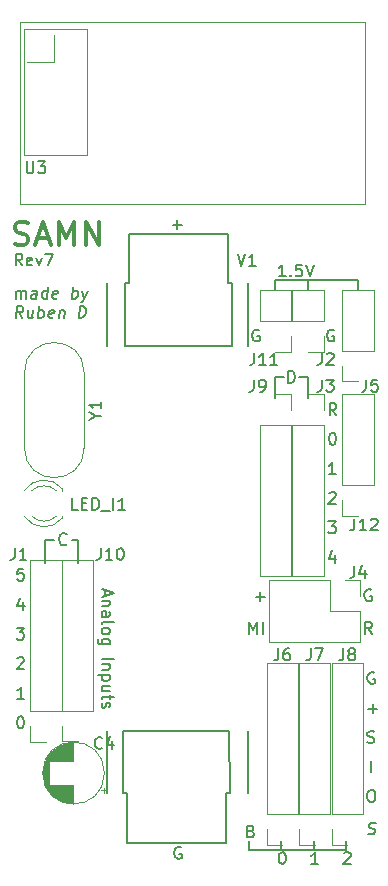
<source format=gto>
G04 #@! TF.GenerationSoftware,KiCad,Pcbnew,5.0.2-bee76a0~70~ubuntu18.04.1*
G04 #@! TF.CreationDate,2019-01-08T13:34:53-05:00*
G04 #@! TF.ProjectId,samn_small,73616d6e-5f73-46d6-916c-6c2e6b696361,7*
G04 #@! TF.SameCoordinates,Original*
G04 #@! TF.FileFunction,Legend,Top*
G04 #@! TF.FilePolarity,Positive*
%FSLAX46Y46*%
G04 Gerber Fmt 4.6, Leading zero omitted, Abs format (unit mm)*
G04 Created by KiCad (PCBNEW 5.0.2-bee76a0~70~ubuntu18.04.1) date Tue 08 Jan 2019 01:34:53 PM EST*
%MOMM*%
%LPD*%
G01*
G04 APERTURE LIST*
%ADD10C,0.150000*%
%ADD11C,0.200000*%
%ADD12C,0.160000*%
%ADD13C,0.300000*%
%ADD14C,0.120000*%
G04 APERTURE END LIST*
D10*
X43483333Y-67223809D02*
X43483333Y-67700000D01*
X43197619Y-67128571D02*
X44197619Y-67461904D01*
X43197619Y-67795238D01*
X43864285Y-68128571D02*
X43197619Y-68128571D01*
X43769047Y-68128571D02*
X43816666Y-68176190D01*
X43864285Y-68271428D01*
X43864285Y-68414285D01*
X43816666Y-68509523D01*
X43721428Y-68557142D01*
X43197619Y-68557142D01*
X43197619Y-69461904D02*
X43721428Y-69461904D01*
X43816666Y-69414285D01*
X43864285Y-69319047D01*
X43864285Y-69128571D01*
X43816666Y-69033333D01*
X43245238Y-69461904D02*
X43197619Y-69366666D01*
X43197619Y-69128571D01*
X43245238Y-69033333D01*
X43340476Y-68985714D01*
X43435714Y-68985714D01*
X43530952Y-69033333D01*
X43578571Y-69128571D01*
X43578571Y-69366666D01*
X43626190Y-69461904D01*
X43197619Y-70080952D02*
X43245238Y-69985714D01*
X43340476Y-69938095D01*
X44197619Y-69938095D01*
X43197619Y-70604761D02*
X43245238Y-70509523D01*
X43292857Y-70461904D01*
X43388095Y-70414285D01*
X43673809Y-70414285D01*
X43769047Y-70461904D01*
X43816666Y-70509523D01*
X43864285Y-70604761D01*
X43864285Y-70747619D01*
X43816666Y-70842857D01*
X43769047Y-70890476D01*
X43673809Y-70938095D01*
X43388095Y-70938095D01*
X43292857Y-70890476D01*
X43245238Y-70842857D01*
X43197619Y-70747619D01*
X43197619Y-70604761D01*
X43864285Y-71795238D02*
X43054761Y-71795238D01*
X42959523Y-71747619D01*
X42911904Y-71700000D01*
X42864285Y-71604761D01*
X42864285Y-71461904D01*
X42911904Y-71366666D01*
X43245238Y-71795238D02*
X43197619Y-71700000D01*
X43197619Y-71509523D01*
X43245238Y-71414285D01*
X43292857Y-71366666D01*
X43388095Y-71319047D01*
X43673809Y-71319047D01*
X43769047Y-71366666D01*
X43816666Y-71414285D01*
X43864285Y-71509523D01*
X43864285Y-71700000D01*
X43816666Y-71795238D01*
X43197619Y-73033333D02*
X44197619Y-73033333D01*
X43864285Y-73509523D02*
X43197619Y-73509523D01*
X43769047Y-73509523D02*
X43816666Y-73557142D01*
X43864285Y-73652380D01*
X43864285Y-73795238D01*
X43816666Y-73890476D01*
X43721428Y-73938095D01*
X43197619Y-73938095D01*
X43864285Y-74414285D02*
X42864285Y-74414285D01*
X43816666Y-74414285D02*
X43864285Y-74509523D01*
X43864285Y-74700000D01*
X43816666Y-74795238D01*
X43769047Y-74842857D01*
X43673809Y-74890476D01*
X43388095Y-74890476D01*
X43292857Y-74842857D01*
X43245238Y-74795238D01*
X43197619Y-74700000D01*
X43197619Y-74509523D01*
X43245238Y-74414285D01*
X43864285Y-75747619D02*
X43197619Y-75747619D01*
X43864285Y-75319047D02*
X43340476Y-75319047D01*
X43245238Y-75366666D01*
X43197619Y-75461904D01*
X43197619Y-75604761D01*
X43245238Y-75700000D01*
X43292857Y-75747619D01*
X43864285Y-76080952D02*
X43864285Y-76461904D01*
X44197619Y-76223809D02*
X43340476Y-76223809D01*
X43245238Y-76271428D01*
X43197619Y-76366666D01*
X43197619Y-76461904D01*
X43245238Y-76747619D02*
X43197619Y-76842857D01*
X43197619Y-77033333D01*
X43245238Y-77128571D01*
X43340476Y-77176190D01*
X43388095Y-77176190D01*
X43483333Y-77128571D01*
X43530952Y-77033333D01*
X43530952Y-76890476D01*
X43578571Y-76795238D01*
X43673809Y-76747619D01*
X43721428Y-76747619D01*
X43816666Y-76795238D01*
X43864285Y-76890476D01*
X43864285Y-77033333D01*
X43816666Y-77128571D01*
X40650000Y-62950000D02*
X41150000Y-62950000D01*
X38400000Y-62950000D02*
X39150000Y-62950000D01*
X38400000Y-62950000D02*
X38400000Y-64950000D01*
X41150000Y-62950000D02*
X41150000Y-64950000D01*
X40209523Y-63307142D02*
X40161904Y-63354761D01*
X40019047Y-63402380D01*
X39923809Y-63402380D01*
X39780952Y-63354761D01*
X39685714Y-63259523D01*
X39638095Y-63164285D01*
X39590476Y-62973809D01*
X39590476Y-62830952D01*
X39638095Y-62640476D01*
X39685714Y-62545238D01*
X39780952Y-62450000D01*
X39923809Y-62402380D01*
X40019047Y-62402380D01*
X40161904Y-62450000D01*
X40209523Y-62497619D01*
X36278690Y-77902380D02*
X36373928Y-77902380D01*
X36469166Y-77950000D01*
X36516785Y-77997619D01*
X36564404Y-78092857D01*
X36612023Y-78283333D01*
X36612023Y-78521428D01*
X36564404Y-78711904D01*
X36516785Y-78807142D01*
X36469166Y-78854761D01*
X36373928Y-78902380D01*
X36278690Y-78902380D01*
X36183452Y-78854761D01*
X36135833Y-78807142D01*
X36088214Y-78711904D01*
X36040595Y-78521428D01*
X36040595Y-78283333D01*
X36088214Y-78092857D01*
X36135833Y-77997619D01*
X36183452Y-77950000D01*
X36278690Y-77902380D01*
X36612023Y-76402380D02*
X36040595Y-76402380D01*
X36326309Y-76402380D02*
X36326309Y-75402380D01*
X36231071Y-75545238D01*
X36135833Y-75640476D01*
X36040595Y-75688095D01*
X36040595Y-72997619D02*
X36088214Y-72950000D01*
X36183452Y-72902380D01*
X36421547Y-72902380D01*
X36516785Y-72950000D01*
X36564404Y-72997619D01*
X36612023Y-73092857D01*
X36612023Y-73188095D01*
X36564404Y-73330952D01*
X35992976Y-73902380D01*
X36612023Y-73902380D01*
X35992976Y-70402380D02*
X36612023Y-70402380D01*
X36278690Y-70783333D01*
X36421547Y-70783333D01*
X36516785Y-70830952D01*
X36564404Y-70878571D01*
X36612023Y-70973809D01*
X36612023Y-71211904D01*
X36564404Y-71307142D01*
X36516785Y-71354761D01*
X36421547Y-71402380D01*
X36135833Y-71402380D01*
X36040595Y-71354761D01*
X35992976Y-71307142D01*
X36516785Y-68235714D02*
X36516785Y-68902380D01*
X36278690Y-67854761D02*
X36040595Y-68569047D01*
X36659642Y-68569047D01*
X36564404Y-65402380D02*
X36088214Y-65402380D01*
X36040595Y-65878571D01*
X36088214Y-65830952D01*
X36183452Y-65783333D01*
X36421547Y-65783333D01*
X36516785Y-65830952D01*
X36564404Y-65878571D01*
X36612023Y-65973809D01*
X36612023Y-66211904D01*
X36564404Y-66307142D01*
X36516785Y-66354761D01*
X36421547Y-66402380D01*
X36183452Y-66402380D01*
X36088214Y-66354761D01*
X36040595Y-66307142D01*
X55650000Y-89200000D02*
X63900000Y-89200000D01*
X55650000Y-89200000D02*
X55650000Y-88450000D01*
X58400000Y-89200000D02*
X58400000Y-88450000D01*
X63900000Y-89200000D02*
X63900000Y-88450000D01*
X61150000Y-89200000D02*
X61150000Y-88450000D01*
X63687976Y-89497619D02*
X63735595Y-89450000D01*
X63830833Y-89402380D01*
X64068928Y-89402380D01*
X64164166Y-89450000D01*
X64211785Y-89497619D01*
X64259404Y-89592857D01*
X64259404Y-89688095D01*
X64211785Y-89830952D01*
X63640357Y-90402380D01*
X64259404Y-90402380D01*
X61509404Y-90402380D02*
X60937976Y-90402380D01*
X61223690Y-90402380D02*
X61223690Y-89402380D01*
X61128452Y-89545238D01*
X61033214Y-89640476D01*
X60937976Y-89688095D01*
X58426071Y-89402380D02*
X58521309Y-89402380D01*
X58616547Y-89450000D01*
X58664166Y-89497619D01*
X58711785Y-89592857D01*
X58759404Y-89783333D01*
X58759404Y-90021428D01*
X58711785Y-90211904D01*
X58664166Y-90307142D01*
X58616547Y-90354761D01*
X58521309Y-90402380D01*
X58426071Y-90402380D01*
X58330833Y-90354761D01*
X58283214Y-90307142D01*
X58235595Y-90211904D01*
X58187976Y-90021428D01*
X58187976Y-89783333D01*
X58235595Y-89592857D01*
X58283214Y-89497619D01*
X58330833Y-89450000D01*
X58426071Y-89402380D01*
X55818928Y-87628571D02*
X55961785Y-87676190D01*
X56009404Y-87723809D01*
X56057023Y-87819047D01*
X56057023Y-87961904D01*
X56009404Y-88057142D01*
X55961785Y-88104761D01*
X55866547Y-88152380D01*
X55485595Y-88152380D01*
X55485595Y-87152380D01*
X55818928Y-87152380D01*
X55914166Y-87200000D01*
X55961785Y-87247619D01*
X56009404Y-87342857D01*
X56009404Y-87438095D01*
X55961785Y-87533333D01*
X55914166Y-87580952D01*
X55818928Y-87628571D01*
X55485595Y-87628571D01*
X66057023Y-70902380D02*
X65723690Y-70426190D01*
X65485595Y-70902380D02*
X65485595Y-69902380D01*
X65866547Y-69902380D01*
X65961785Y-69950000D01*
X66009404Y-69997619D01*
X66057023Y-70092857D01*
X66057023Y-70235714D01*
X66009404Y-70330952D01*
X65961785Y-70378571D01*
X65866547Y-70426190D01*
X65485595Y-70426190D01*
X55671547Y-70902380D02*
X55671547Y-69902380D01*
X56004880Y-70616666D01*
X56338214Y-69902380D01*
X56338214Y-70902380D01*
X56814404Y-70902380D02*
X56814404Y-69902380D01*
X56235595Y-67771428D02*
X56997500Y-67771428D01*
X56616547Y-68152380D02*
X56616547Y-67390476D01*
X66009404Y-67200000D02*
X65914166Y-67152380D01*
X65771309Y-67152380D01*
X65628452Y-67200000D01*
X65533214Y-67295238D01*
X65485595Y-67390476D01*
X65437976Y-67580952D01*
X65437976Y-67723809D01*
X65485595Y-67914285D01*
X65533214Y-68009523D01*
X65628452Y-68104761D01*
X65771309Y-68152380D01*
X65866547Y-68152380D01*
X66009404Y-68104761D01*
X66057023Y-68057142D01*
X66057023Y-67723809D01*
X65866547Y-67723809D01*
X57900000Y-49200000D02*
X57900000Y-50950000D01*
X58650000Y-49200000D02*
X57900000Y-49200000D01*
X60650000Y-49200000D02*
X60650000Y-50950000D01*
X59900000Y-49200000D02*
X60650000Y-49200000D01*
X58985595Y-49652380D02*
X58985595Y-48652380D01*
X59223690Y-48652380D01*
X59366547Y-48700000D01*
X59461785Y-48795238D01*
X59509404Y-48890476D01*
X59557023Y-49080952D01*
X59557023Y-49223809D01*
X59509404Y-49414285D01*
X59461785Y-49509523D01*
X59366547Y-49604761D01*
X59223690Y-49652380D01*
X58985595Y-49652380D01*
X62914166Y-64235714D02*
X62914166Y-64902380D01*
X62676071Y-63854761D02*
X62437976Y-64569047D01*
X63057023Y-64569047D01*
X62390357Y-61402380D02*
X63009404Y-61402380D01*
X62676071Y-61783333D01*
X62818928Y-61783333D01*
X62914166Y-61830952D01*
X62961785Y-61878571D01*
X63009404Y-61973809D01*
X63009404Y-62211904D01*
X62961785Y-62307142D01*
X62914166Y-62354761D01*
X62818928Y-62402380D01*
X62533214Y-62402380D01*
X62437976Y-62354761D01*
X62390357Y-62307142D01*
X62437976Y-58997619D02*
X62485595Y-58950000D01*
X62580833Y-58902380D01*
X62818928Y-58902380D01*
X62914166Y-58950000D01*
X62961785Y-58997619D01*
X63009404Y-59092857D01*
X63009404Y-59188095D01*
X62961785Y-59330952D01*
X62390357Y-59902380D01*
X63009404Y-59902380D01*
X63009404Y-57402380D02*
X62437976Y-57402380D01*
X62723690Y-57402380D02*
X62723690Y-56402380D01*
X62628452Y-56545238D01*
X62533214Y-56640476D01*
X62437976Y-56688095D01*
X62676071Y-53902380D02*
X62771309Y-53902380D01*
X62866547Y-53950000D01*
X62914166Y-53997619D01*
X62961785Y-54092857D01*
X63009404Y-54283333D01*
X63009404Y-54521428D01*
X62961785Y-54711904D01*
X62914166Y-54807142D01*
X62866547Y-54854761D01*
X62771309Y-54902380D01*
X62676071Y-54902380D01*
X62580833Y-54854761D01*
X62533214Y-54807142D01*
X62485595Y-54711904D01*
X62437976Y-54521428D01*
X62437976Y-54283333D01*
X62485595Y-54092857D01*
X62533214Y-53997619D01*
X62580833Y-53950000D01*
X62676071Y-53902380D01*
X63057023Y-52402380D02*
X62723690Y-51926190D01*
X62485595Y-52402380D02*
X62485595Y-51402380D01*
X62866547Y-51402380D01*
X62961785Y-51450000D01*
X63009404Y-51497619D01*
X63057023Y-51592857D01*
X63057023Y-51735714D01*
X63009404Y-51830952D01*
X62961785Y-51878571D01*
X62866547Y-51926190D01*
X62485595Y-51926190D01*
X62839404Y-45200000D02*
X62744166Y-45152380D01*
X62601309Y-45152380D01*
X62458452Y-45200000D01*
X62363214Y-45295238D01*
X62315595Y-45390476D01*
X62267976Y-45580952D01*
X62267976Y-45723809D01*
X62315595Y-45914285D01*
X62363214Y-46009523D01*
X62458452Y-46104761D01*
X62601309Y-46152380D01*
X62696547Y-46152380D01*
X62839404Y-46104761D01*
X62887023Y-46057142D01*
X62887023Y-45723809D01*
X62696547Y-45723809D01*
X56509404Y-45200000D02*
X56414166Y-45152380D01*
X56271309Y-45152380D01*
X56128452Y-45200000D01*
X56033214Y-45295238D01*
X55985595Y-45390476D01*
X55937976Y-45580952D01*
X55937976Y-45723809D01*
X55985595Y-45914285D01*
X56033214Y-46009523D01*
X56128452Y-46104761D01*
X56271309Y-46152380D01*
X56366547Y-46152380D01*
X56509404Y-46104761D01*
X56557023Y-46057142D01*
X56557023Y-45723809D01*
X56366547Y-45723809D01*
X64900000Y-40950000D02*
X64900000Y-41700000D01*
X60650000Y-40950000D02*
X64900000Y-40950000D01*
X60650000Y-41700000D02*
X60650000Y-40950000D01*
X60650000Y-40950000D02*
X60650000Y-41700000D01*
X57900000Y-40950000D02*
X60650000Y-40950000D01*
X57900000Y-41700000D02*
X57900000Y-40950000D01*
X58759404Y-40652380D02*
X58187976Y-40652380D01*
X58473690Y-40652380D02*
X58473690Y-39652380D01*
X58378452Y-39795238D01*
X58283214Y-39890476D01*
X58187976Y-39938095D01*
X59187976Y-40557142D02*
X59235595Y-40604761D01*
X59187976Y-40652380D01*
X59140357Y-40604761D01*
X59187976Y-40557142D01*
X59187976Y-40652380D01*
X60140357Y-39652380D02*
X59664166Y-39652380D01*
X59616547Y-40128571D01*
X59664166Y-40080952D01*
X59759404Y-40033333D01*
X59997500Y-40033333D01*
X60092738Y-40080952D01*
X60140357Y-40128571D01*
X60187976Y-40223809D01*
X60187976Y-40461904D01*
X60140357Y-40557142D01*
X60092738Y-40604761D01*
X59997500Y-40652380D01*
X59759404Y-40652380D01*
X59664166Y-40604761D01*
X59616547Y-40557142D01*
X60473690Y-39652380D02*
X60807023Y-40652380D01*
X61140357Y-39652380D01*
D11*
X65732380Y-87854761D02*
X65869285Y-87902380D01*
X66107380Y-87902380D01*
X66208571Y-87854761D01*
X66262142Y-87807142D01*
X66321666Y-87711904D01*
X66333571Y-87616666D01*
X66297857Y-87521428D01*
X66256190Y-87473809D01*
X66166904Y-87426190D01*
X65982380Y-87378571D01*
X65893095Y-87330952D01*
X65851428Y-87283333D01*
X65815714Y-87188095D01*
X65827619Y-87092857D01*
X65887142Y-86997619D01*
X65940714Y-86950000D01*
X66041904Y-86902380D01*
X66280000Y-86902380D01*
X66416904Y-86950000D01*
D10*
X65926071Y-84152380D02*
X66116547Y-84152380D01*
X66211785Y-84200000D01*
X66307023Y-84295238D01*
X66354642Y-84485714D01*
X66354642Y-84819047D01*
X66307023Y-85009523D01*
X66211785Y-85104761D01*
X66116547Y-85152380D01*
X65926071Y-85152380D01*
X65830833Y-85104761D01*
X65735595Y-85009523D01*
X65687976Y-84819047D01*
X65687976Y-84485714D01*
X65735595Y-84295238D01*
X65830833Y-84200000D01*
X65926071Y-84152380D01*
X65985595Y-82652380D02*
X65985595Y-81652380D01*
X65687976Y-80104761D02*
X65830833Y-80152380D01*
X66068928Y-80152380D01*
X66164166Y-80104761D01*
X66211785Y-80057142D01*
X66259404Y-79961904D01*
X66259404Y-79866666D01*
X66211785Y-79771428D01*
X66164166Y-79723809D01*
X66068928Y-79676190D01*
X65878452Y-79628571D01*
X65783214Y-79580952D01*
X65735595Y-79533333D01*
X65687976Y-79438095D01*
X65687976Y-79342857D01*
X65735595Y-79247619D01*
X65783214Y-79200000D01*
X65878452Y-79152380D01*
X66116547Y-79152380D01*
X66259404Y-79200000D01*
X65735595Y-77271428D02*
X66497500Y-77271428D01*
X66116547Y-77652380D02*
X66116547Y-76890476D01*
X66259404Y-74200000D02*
X66164166Y-74152380D01*
X66021309Y-74152380D01*
X65878452Y-74200000D01*
X65783214Y-74295238D01*
X65735595Y-74390476D01*
X65687976Y-74580952D01*
X65687976Y-74723809D01*
X65735595Y-74914285D01*
X65783214Y-75009523D01*
X65878452Y-75104761D01*
X66021309Y-75152380D01*
X66116547Y-75152380D01*
X66259404Y-75104761D01*
X66307023Y-75057142D01*
X66307023Y-74723809D01*
X66116547Y-74723809D01*
X35891547Y-42527380D02*
X35974880Y-41860714D01*
X35962976Y-41955952D02*
X36016547Y-41908333D01*
X36117738Y-41860714D01*
X36260595Y-41860714D01*
X36349880Y-41908333D01*
X36385595Y-42003571D01*
X36320119Y-42527380D01*
X36385595Y-42003571D02*
X36445119Y-41908333D01*
X36546309Y-41860714D01*
X36689166Y-41860714D01*
X36778452Y-41908333D01*
X36814166Y-42003571D01*
X36748690Y-42527380D01*
X37653452Y-42527380D02*
X37718928Y-42003571D01*
X37683214Y-41908333D01*
X37593928Y-41860714D01*
X37403452Y-41860714D01*
X37302261Y-41908333D01*
X37659404Y-42479761D02*
X37558214Y-42527380D01*
X37320119Y-42527380D01*
X37230833Y-42479761D01*
X37195119Y-42384523D01*
X37207023Y-42289285D01*
X37266547Y-42194047D01*
X37367738Y-42146428D01*
X37605833Y-42146428D01*
X37707023Y-42098809D01*
X38558214Y-42527380D02*
X38683214Y-41527380D01*
X38564166Y-42479761D02*
X38462976Y-42527380D01*
X38272500Y-42527380D01*
X38183214Y-42479761D01*
X38141547Y-42432142D01*
X38105833Y-42336904D01*
X38141547Y-42051190D01*
X38201071Y-41955952D01*
X38254642Y-41908333D01*
X38355833Y-41860714D01*
X38546309Y-41860714D01*
X38635595Y-41908333D01*
X39421309Y-42479761D02*
X39320119Y-42527380D01*
X39129642Y-42527380D01*
X39040357Y-42479761D01*
X39004642Y-42384523D01*
X39052261Y-42003571D01*
X39111785Y-41908333D01*
X39212976Y-41860714D01*
X39403452Y-41860714D01*
X39492738Y-41908333D01*
X39528452Y-42003571D01*
X39516547Y-42098809D01*
X39028452Y-42194047D01*
X40653452Y-42527380D02*
X40778452Y-41527380D01*
X40730833Y-41908333D02*
X40832023Y-41860714D01*
X41022500Y-41860714D01*
X41111785Y-41908333D01*
X41153452Y-41955952D01*
X41189166Y-42051190D01*
X41153452Y-42336904D01*
X41093928Y-42432142D01*
X41040357Y-42479761D01*
X40939166Y-42527380D01*
X40748690Y-42527380D01*
X40659404Y-42479761D01*
X41546309Y-41860714D02*
X41701071Y-42527380D01*
X42022500Y-41860714D02*
X41701071Y-42527380D01*
X41576071Y-42765476D01*
X41522500Y-42813095D01*
X41421309Y-42860714D01*
X36462976Y-44177380D02*
X36189166Y-43701190D01*
X35891547Y-44177380D02*
X36016547Y-43177380D01*
X36397500Y-43177380D01*
X36486785Y-43225000D01*
X36528452Y-43272619D01*
X36564166Y-43367857D01*
X36546309Y-43510714D01*
X36486785Y-43605952D01*
X36433214Y-43653571D01*
X36332023Y-43701190D01*
X35951071Y-43701190D01*
X37403452Y-43510714D02*
X37320119Y-44177380D01*
X36974880Y-43510714D02*
X36909404Y-44034523D01*
X36945119Y-44129761D01*
X37034404Y-44177380D01*
X37177261Y-44177380D01*
X37278452Y-44129761D01*
X37332023Y-44082142D01*
X37796309Y-44177380D02*
X37921309Y-43177380D01*
X37873690Y-43558333D02*
X37974880Y-43510714D01*
X38165357Y-43510714D01*
X38254642Y-43558333D01*
X38296309Y-43605952D01*
X38332023Y-43701190D01*
X38296309Y-43986904D01*
X38236785Y-44082142D01*
X38183214Y-44129761D01*
X38082023Y-44177380D01*
X37891547Y-44177380D01*
X37802261Y-44129761D01*
X39087976Y-44129761D02*
X38986785Y-44177380D01*
X38796309Y-44177380D01*
X38707023Y-44129761D01*
X38671309Y-44034523D01*
X38718928Y-43653571D01*
X38778452Y-43558333D01*
X38879642Y-43510714D01*
X39070119Y-43510714D01*
X39159404Y-43558333D01*
X39195119Y-43653571D01*
X39183214Y-43748809D01*
X38695119Y-43844047D01*
X39641547Y-43510714D02*
X39558214Y-44177380D01*
X39629642Y-43605952D02*
X39683214Y-43558333D01*
X39784404Y-43510714D01*
X39927261Y-43510714D01*
X40016547Y-43558333D01*
X40052261Y-43653571D01*
X39986785Y-44177380D01*
X41224880Y-44177380D02*
X41349880Y-43177380D01*
X41587976Y-43177380D01*
X41724880Y-43225000D01*
X41808214Y-43320238D01*
X41843928Y-43415476D01*
X41867738Y-43605952D01*
X41849880Y-43748809D01*
X41778452Y-43939285D01*
X41718928Y-44034523D01*
X41611785Y-44129761D01*
X41462976Y-44177380D01*
X41224880Y-44177380D01*
D12*
X36463523Y-39722380D02*
X36130190Y-39246190D01*
X35892095Y-39722380D02*
X35892095Y-38722380D01*
X36273047Y-38722380D01*
X36368285Y-38770000D01*
X36415904Y-38817619D01*
X36463523Y-38912857D01*
X36463523Y-39055714D01*
X36415904Y-39150952D01*
X36368285Y-39198571D01*
X36273047Y-39246190D01*
X35892095Y-39246190D01*
X37273047Y-39674761D02*
X37177809Y-39722380D01*
X36987333Y-39722380D01*
X36892095Y-39674761D01*
X36844476Y-39579523D01*
X36844476Y-39198571D01*
X36892095Y-39103333D01*
X36987333Y-39055714D01*
X37177809Y-39055714D01*
X37273047Y-39103333D01*
X37320666Y-39198571D01*
X37320666Y-39293809D01*
X36844476Y-39389047D01*
X37654000Y-39055714D02*
X37892095Y-39722380D01*
X38130190Y-39055714D01*
X38415904Y-38722380D02*
X39082571Y-38722380D01*
X38654000Y-39722380D01*
D13*
X35825952Y-37909523D02*
X36111666Y-38004761D01*
X36587857Y-38004761D01*
X36778333Y-37909523D01*
X36873571Y-37814285D01*
X36968809Y-37623809D01*
X36968809Y-37433333D01*
X36873571Y-37242857D01*
X36778333Y-37147619D01*
X36587857Y-37052380D01*
X36206904Y-36957142D01*
X36016428Y-36861904D01*
X35921190Y-36766666D01*
X35825952Y-36576190D01*
X35825952Y-36385714D01*
X35921190Y-36195238D01*
X36016428Y-36100000D01*
X36206904Y-36004761D01*
X36683095Y-36004761D01*
X36968809Y-36100000D01*
X37730714Y-37433333D02*
X38683095Y-37433333D01*
X37540238Y-38004761D02*
X38206904Y-36004761D01*
X38873571Y-38004761D01*
X39540238Y-38004761D02*
X39540238Y-36004761D01*
X40206904Y-37433333D01*
X40873571Y-36004761D01*
X40873571Y-38004761D01*
X41825952Y-38004761D02*
X41825952Y-36004761D01*
X42968809Y-38004761D01*
X42968809Y-36004761D01*
D14*
G04 #@! TO.C,J7*
X61225400Y-88783200D02*
X59895400Y-88783200D01*
X59895400Y-88783200D02*
X59895400Y-87453200D01*
X59895400Y-86183200D02*
X59895400Y-73423200D01*
X62555400Y-73423200D02*
X59895400Y-73423200D01*
X62555400Y-86183200D02*
X62555400Y-73423200D01*
X62555400Y-86183200D02*
X59895400Y-86183200D01*
G04 #@! TO.C,J4*
X65076000Y-66370000D02*
X65076000Y-67700000D01*
X63746000Y-66370000D02*
X65076000Y-66370000D01*
X65076000Y-68970000D02*
X65076000Y-71570000D01*
X62476000Y-68970000D02*
X65076000Y-68970000D01*
X62476000Y-66370000D02*
X62476000Y-68970000D01*
X65076000Y-71570000D02*
X57336000Y-71570000D01*
X62476000Y-66370000D02*
X57336000Y-66370000D01*
X57336000Y-66370000D02*
X57336000Y-71570000D01*
G04 #@! TO.C,J12*
X64900000Y-60900000D02*
X63570000Y-60900000D01*
X63570000Y-60900000D02*
X63570000Y-59570000D01*
X63570000Y-58300000D02*
X63570000Y-50620000D01*
X66230000Y-50620000D02*
X63570000Y-50620000D01*
X66230000Y-58300000D02*
X66230000Y-50620000D01*
X66230000Y-58300000D02*
X63570000Y-58300000D01*
G04 #@! TO.C,J11*
X59230000Y-47030000D02*
X57900000Y-47030000D01*
X59230000Y-45700000D02*
X59230000Y-47030000D01*
X59230000Y-44430000D02*
X56570000Y-44430000D01*
X56570000Y-44430000D02*
X56570000Y-41830000D01*
X59230000Y-44430000D02*
X59230000Y-41830000D01*
X59230000Y-41830000D02*
X56570000Y-41830000D01*
G04 #@! TO.C,J9*
X57900000Y-50620000D02*
X59230000Y-50620000D01*
X59230000Y-50620000D02*
X59230000Y-51950000D01*
X59230000Y-53220000D02*
X59230000Y-65980000D01*
X56570000Y-65980000D02*
X59230000Y-65980000D01*
X56570000Y-53220000D02*
X56570000Y-65980000D01*
X56570000Y-53220000D02*
X59230000Y-53220000D01*
G04 #@! TO.C,J10*
X41150000Y-80017000D02*
X39820000Y-80017000D01*
X39820000Y-80017000D02*
X39820000Y-78687000D01*
X39820000Y-77417000D02*
X39820000Y-64657000D01*
X42480000Y-64657000D02*
X39820000Y-64657000D01*
X42480000Y-77417000D02*
X42480000Y-64657000D01*
X42480000Y-77417000D02*
X39820000Y-77417000D01*
G04 #@! TO.C,U3*
X36630000Y-19676000D02*
X41964000Y-19676000D01*
X41964000Y-19676000D02*
X41964000Y-30344000D01*
X41964000Y-30344000D02*
X36630000Y-30344000D01*
X36630000Y-30344000D02*
X36630000Y-30344000D01*
X39170000Y-20184000D02*
X39170000Y-22470000D01*
X39170000Y-22470000D02*
X36884000Y-22470000D01*
X36884000Y-22470000D02*
X36884000Y-22470000D01*
X36300000Y-19100000D02*
X65500000Y-19100000D01*
X65500000Y-19100000D02*
X65500000Y-34550000D01*
X65500000Y-34550000D02*
X36300000Y-34550000D01*
X36300000Y-34550000D02*
X36300000Y-19100000D01*
X36300000Y-19100000D02*
X36300000Y-19100000D01*
X36630000Y-30344000D02*
X36630000Y-19676000D01*
X36630000Y-19676000D02*
X36630000Y-19676000D01*
G04 #@! TO.C,J2*
X61980000Y-47030000D02*
X60650000Y-47030000D01*
X61980000Y-45700000D02*
X61980000Y-47030000D01*
X61980000Y-44430000D02*
X59320000Y-44430000D01*
X59320000Y-44430000D02*
X59320000Y-41830000D01*
X61980000Y-44430000D02*
X61980000Y-41830000D01*
X61980000Y-41830000D02*
X59320000Y-41830000D01*
G04 #@! TO.C,J6*
X58475400Y-88783200D02*
X57145400Y-88783200D01*
X57145400Y-88783200D02*
X57145400Y-87453200D01*
X57145400Y-86183200D02*
X57145400Y-73423200D01*
X59805400Y-73423200D02*
X57145400Y-73423200D01*
X59805400Y-86183200D02*
X59805400Y-73423200D01*
X59805400Y-86183200D02*
X57145400Y-86183200D01*
G04 #@! TO.C,J8*
X63975400Y-88783200D02*
X62645400Y-88783200D01*
X62645400Y-88783200D02*
X62645400Y-87453200D01*
X62645400Y-86183200D02*
X62645400Y-73423200D01*
X65305400Y-73423200D02*
X62645400Y-73423200D01*
X65305400Y-86183200D02*
X65305400Y-73423200D01*
X65305400Y-86183200D02*
X62645400Y-86183200D01*
G04 #@! TO.C,J5*
X64900000Y-49530000D02*
X63570000Y-49530000D01*
X63570000Y-49530000D02*
X63570000Y-48200000D01*
X63570000Y-46930000D02*
X63570000Y-41790000D01*
X66230000Y-41790000D02*
X63570000Y-41790000D01*
X66230000Y-46930000D02*
X66230000Y-41790000D01*
X66230000Y-46930000D02*
X63570000Y-46930000D01*
G04 #@! TO.C,LED_I1*
X39865000Y-58795000D02*
X39865000Y-58639000D01*
X39865000Y-61111000D02*
X39865000Y-60955000D01*
X37263870Y-58795163D02*
G75*
G02X39345961Y-58795000I1041130J-1079837D01*
G01*
X37263870Y-60954837D02*
G75*
G03X39345961Y-60955000I1041130J1079837D01*
G01*
X36632665Y-58796392D02*
G75*
G02X39865000Y-58639484I1672335J-1078608D01*
G01*
X36632665Y-60953608D02*
G75*
G03X39865000Y-61110516I1672335J1078608D01*
G01*
D10*
G04 #@! TO.C,V1*
X45200000Y-46550000D02*
X54200000Y-46550000D01*
X55600000Y-46550000D02*
X55600000Y-41250000D01*
X54200000Y-41250000D02*
X53900000Y-41250000D01*
X53900000Y-41250000D02*
X53900000Y-37050000D01*
X53900000Y-37050000D02*
X45500000Y-37050000D01*
X45478506Y-41233060D02*
X45500000Y-37050000D01*
X45178506Y-41233060D02*
X45478506Y-41233060D01*
X45200000Y-46550000D02*
X45178506Y-41233060D01*
X54021494Y-84416940D02*
X53721494Y-84416940D01*
X45300000Y-88600000D02*
X53700000Y-88600000D01*
X45000000Y-84400000D02*
X45300000Y-84400000D01*
X54000000Y-79100000D02*
X54021494Y-84416940D01*
X45300000Y-84400000D02*
X45300000Y-88600000D01*
X53721494Y-84416940D02*
X53700000Y-88600000D01*
X45000000Y-79100000D02*
X45000000Y-84400000D01*
X54000000Y-79100000D02*
X45000000Y-79100000D01*
X54200000Y-46550000D02*
X54200000Y-41250000D01*
X43600000Y-46550000D02*
X43600000Y-41250000D01*
X43600000Y-84400000D02*
X43600000Y-79100000D01*
X55600000Y-84400000D02*
X55600000Y-79100000D01*
D14*
G04 #@! TO.C,Y1*
X36650000Y-55170000D02*
G75*
G03X41700000Y-55170000I2525000J0D01*
G01*
X36650000Y-48770000D02*
G75*
G02X41700000Y-48770000I2525000J0D01*
G01*
X36650000Y-48770000D02*
X36650000Y-55170000D01*
X41700000Y-48770000D02*
X41700000Y-55170000D01*
G04 #@! TO.C,C4*
X43354775Y-84425000D02*
X43354775Y-83925000D01*
X43604775Y-84175000D02*
X43104775Y-84175000D01*
X38199000Y-82984000D02*
X38199000Y-82416000D01*
X38239000Y-83218000D02*
X38239000Y-82182000D01*
X38279000Y-83377000D02*
X38279000Y-82023000D01*
X38319000Y-83505000D02*
X38319000Y-81895000D01*
X38359000Y-83615000D02*
X38359000Y-81785000D01*
X38399000Y-83711000D02*
X38399000Y-81689000D01*
X38439000Y-83798000D02*
X38439000Y-81602000D01*
X38479000Y-83878000D02*
X38479000Y-81522000D01*
X38519000Y-83951000D02*
X38519000Y-81449000D01*
X38559000Y-84019000D02*
X38559000Y-81381000D01*
X38599000Y-84083000D02*
X38599000Y-81317000D01*
X38639000Y-84143000D02*
X38639000Y-81257000D01*
X38679000Y-84200000D02*
X38679000Y-81200000D01*
X38719000Y-84254000D02*
X38719000Y-81146000D01*
X38759000Y-84305000D02*
X38759000Y-81095000D01*
X38799000Y-81660000D02*
X38799000Y-81047000D01*
X38799000Y-84353000D02*
X38799000Y-83740000D01*
X38839000Y-81660000D02*
X38839000Y-81001000D01*
X38839000Y-84399000D02*
X38839000Y-83740000D01*
X38879000Y-81660000D02*
X38879000Y-80957000D01*
X38879000Y-84443000D02*
X38879000Y-83740000D01*
X38919000Y-81660000D02*
X38919000Y-80915000D01*
X38919000Y-84485000D02*
X38919000Y-83740000D01*
X38959000Y-81660000D02*
X38959000Y-80874000D01*
X38959000Y-84526000D02*
X38959000Y-83740000D01*
X38999000Y-81660000D02*
X38999000Y-80836000D01*
X38999000Y-84564000D02*
X38999000Y-83740000D01*
X39039000Y-81660000D02*
X39039000Y-80799000D01*
X39039000Y-84601000D02*
X39039000Y-83740000D01*
X39079000Y-81660000D02*
X39079000Y-80763000D01*
X39079000Y-84637000D02*
X39079000Y-83740000D01*
X39119000Y-81660000D02*
X39119000Y-80729000D01*
X39119000Y-84671000D02*
X39119000Y-83740000D01*
X39159000Y-81660000D02*
X39159000Y-80696000D01*
X39159000Y-84704000D02*
X39159000Y-83740000D01*
X39199000Y-81660000D02*
X39199000Y-80665000D01*
X39199000Y-84735000D02*
X39199000Y-83740000D01*
X39239000Y-81660000D02*
X39239000Y-80635000D01*
X39239000Y-84765000D02*
X39239000Y-83740000D01*
X39279000Y-81660000D02*
X39279000Y-80605000D01*
X39279000Y-84795000D02*
X39279000Y-83740000D01*
X39319000Y-81660000D02*
X39319000Y-80578000D01*
X39319000Y-84822000D02*
X39319000Y-83740000D01*
X39359000Y-81660000D02*
X39359000Y-80551000D01*
X39359000Y-84849000D02*
X39359000Y-83740000D01*
X39399000Y-81660000D02*
X39399000Y-80525000D01*
X39399000Y-84875000D02*
X39399000Y-83740000D01*
X39439000Y-81660000D02*
X39439000Y-80500000D01*
X39439000Y-84900000D02*
X39439000Y-83740000D01*
X39479000Y-81660000D02*
X39479000Y-80476000D01*
X39479000Y-84924000D02*
X39479000Y-83740000D01*
X39519000Y-81660000D02*
X39519000Y-80453000D01*
X39519000Y-84947000D02*
X39519000Y-83740000D01*
X39559000Y-81660000D02*
X39559000Y-80432000D01*
X39559000Y-84968000D02*
X39559000Y-83740000D01*
X39599000Y-81660000D02*
X39599000Y-80410000D01*
X39599000Y-84990000D02*
X39599000Y-83740000D01*
X39639000Y-81660000D02*
X39639000Y-80390000D01*
X39639000Y-85010000D02*
X39639000Y-83740000D01*
X39679000Y-81660000D02*
X39679000Y-80371000D01*
X39679000Y-85029000D02*
X39679000Y-83740000D01*
X39719000Y-81660000D02*
X39719000Y-80352000D01*
X39719000Y-85048000D02*
X39719000Y-83740000D01*
X39759000Y-81660000D02*
X39759000Y-80335000D01*
X39759000Y-85065000D02*
X39759000Y-83740000D01*
X39799000Y-81660000D02*
X39799000Y-80318000D01*
X39799000Y-85082000D02*
X39799000Y-83740000D01*
X39839000Y-81660000D02*
X39839000Y-80302000D01*
X39839000Y-85098000D02*
X39839000Y-83740000D01*
X39879000Y-81660000D02*
X39879000Y-80286000D01*
X39879000Y-85114000D02*
X39879000Y-83740000D01*
X39919000Y-81660000D02*
X39919000Y-80272000D01*
X39919000Y-85128000D02*
X39919000Y-83740000D01*
X39959000Y-81660000D02*
X39959000Y-80258000D01*
X39959000Y-85142000D02*
X39959000Y-83740000D01*
X39999000Y-81660000D02*
X39999000Y-80245000D01*
X39999000Y-85155000D02*
X39999000Y-83740000D01*
X40039000Y-81660000D02*
X40039000Y-80232000D01*
X40039000Y-85168000D02*
X40039000Y-83740000D01*
X40079000Y-81660000D02*
X40079000Y-80220000D01*
X40079000Y-85180000D02*
X40079000Y-83740000D01*
X40120000Y-81660000D02*
X40120000Y-80209000D01*
X40120000Y-85191000D02*
X40120000Y-83740000D01*
X40160000Y-81660000D02*
X40160000Y-80199000D01*
X40160000Y-85201000D02*
X40160000Y-83740000D01*
X40200000Y-81660000D02*
X40200000Y-80189000D01*
X40200000Y-85211000D02*
X40200000Y-83740000D01*
X40240000Y-81660000D02*
X40240000Y-80180000D01*
X40240000Y-85220000D02*
X40240000Y-83740000D01*
X40280000Y-81660000D02*
X40280000Y-80172000D01*
X40280000Y-85228000D02*
X40280000Y-83740000D01*
X40320000Y-81660000D02*
X40320000Y-80164000D01*
X40320000Y-85236000D02*
X40320000Y-83740000D01*
X40360000Y-81660000D02*
X40360000Y-80157000D01*
X40360000Y-85243000D02*
X40360000Y-83740000D01*
X40400000Y-81660000D02*
X40400000Y-80150000D01*
X40400000Y-85250000D02*
X40400000Y-83740000D01*
X40440000Y-81660000D02*
X40440000Y-80144000D01*
X40440000Y-85256000D02*
X40440000Y-83740000D01*
X40480000Y-81660000D02*
X40480000Y-80139000D01*
X40480000Y-85261000D02*
X40480000Y-83740000D01*
X40520000Y-81660000D02*
X40520000Y-80135000D01*
X40520000Y-85265000D02*
X40520000Y-83740000D01*
X40560000Y-81660000D02*
X40560000Y-80131000D01*
X40560000Y-85269000D02*
X40560000Y-83740000D01*
X40600000Y-81660000D02*
X40600000Y-80127000D01*
X40600000Y-85273000D02*
X40600000Y-83740000D01*
X40640000Y-81660000D02*
X40640000Y-80124000D01*
X40640000Y-85276000D02*
X40640000Y-83740000D01*
X40680000Y-81660000D02*
X40680000Y-80122000D01*
X40680000Y-85278000D02*
X40680000Y-83740000D01*
X40720000Y-81660000D02*
X40720000Y-80121000D01*
X40720000Y-85279000D02*
X40720000Y-83740000D01*
X40760000Y-85280000D02*
X40760000Y-83740000D01*
X40760000Y-81660000D02*
X40760000Y-80120000D01*
X40800000Y-85280000D02*
X40800000Y-83740000D01*
X40800000Y-81660000D02*
X40800000Y-80120000D01*
X43420000Y-82700000D02*
G75*
G03X43420000Y-82700000I-2620000J0D01*
G01*
G04 #@! TO.C,J1*
X38463000Y-80030000D02*
X37133000Y-80030000D01*
X37133000Y-80030000D02*
X37133000Y-78700000D01*
X37133000Y-77430000D02*
X37133000Y-64670000D01*
X39793000Y-64670000D02*
X37133000Y-64670000D01*
X39793000Y-77430000D02*
X39793000Y-64670000D01*
X39793000Y-77430000D02*
X37133000Y-77430000D01*
G04 #@! TO.C,J3*
X60650000Y-50620000D02*
X61980000Y-50620000D01*
X61980000Y-50620000D02*
X61980000Y-51950000D01*
X61980000Y-53220000D02*
X61980000Y-65980000D01*
X59320000Y-65980000D02*
X61980000Y-65980000D01*
X59320000Y-53220000D02*
X59320000Y-65980000D01*
X59320000Y-53220000D02*
X61980000Y-53220000D01*
G04 #@! TO.C,J7*
D10*
X60892066Y-72155580D02*
X60892066Y-72869866D01*
X60844447Y-73012723D01*
X60749209Y-73107961D01*
X60606352Y-73155580D01*
X60511114Y-73155580D01*
X61273019Y-72155580D02*
X61939685Y-72155580D01*
X61511114Y-73155580D01*
G04 #@! TO.C,J4*
X64566666Y-65152380D02*
X64566666Y-65866666D01*
X64519047Y-66009523D01*
X64423809Y-66104761D01*
X64280952Y-66152380D01*
X64185714Y-66152380D01*
X65471428Y-65485714D02*
X65471428Y-66152380D01*
X65233333Y-65104761D02*
X64995238Y-65819047D01*
X65614285Y-65819047D01*
G04 #@! TO.C,J12*
X64590476Y-61152380D02*
X64590476Y-61866666D01*
X64542857Y-62009523D01*
X64447619Y-62104761D01*
X64304761Y-62152380D01*
X64209523Y-62152380D01*
X65590476Y-62152380D02*
X65019047Y-62152380D01*
X65304761Y-62152380D02*
X65304761Y-61152380D01*
X65209523Y-61295238D01*
X65114285Y-61390476D01*
X65019047Y-61438095D01*
X65971428Y-61247619D02*
X66019047Y-61200000D01*
X66114285Y-61152380D01*
X66352380Y-61152380D01*
X66447619Y-61200000D01*
X66495238Y-61247619D01*
X66542857Y-61342857D01*
X66542857Y-61438095D01*
X66495238Y-61580952D01*
X65923809Y-62152380D01*
X66542857Y-62152380D01*
G04 #@! TO.C,J11*
X56090476Y-47152380D02*
X56090476Y-47866666D01*
X56042857Y-48009523D01*
X55947619Y-48104761D01*
X55804761Y-48152380D01*
X55709523Y-48152380D01*
X57090476Y-48152380D02*
X56519047Y-48152380D01*
X56804761Y-48152380D02*
X56804761Y-47152380D01*
X56709523Y-47295238D01*
X56614285Y-47390476D01*
X56519047Y-47438095D01*
X58042857Y-48152380D02*
X57471428Y-48152380D01*
X57757142Y-48152380D02*
X57757142Y-47152380D01*
X57661904Y-47295238D01*
X57566666Y-47390476D01*
X57471428Y-47438095D01*
G04 #@! TO.C,J9*
X56066666Y-49402380D02*
X56066666Y-50116666D01*
X56019047Y-50259523D01*
X55923809Y-50354761D01*
X55780952Y-50402380D01*
X55685714Y-50402380D01*
X56590476Y-50402380D02*
X56780952Y-50402380D01*
X56876190Y-50354761D01*
X56923809Y-50307142D01*
X57019047Y-50164285D01*
X57066666Y-49973809D01*
X57066666Y-49592857D01*
X57019047Y-49497619D01*
X56971428Y-49450000D01*
X56876190Y-49402380D01*
X56685714Y-49402380D01*
X56590476Y-49450000D01*
X56542857Y-49497619D01*
X56495238Y-49592857D01*
X56495238Y-49830952D01*
X56542857Y-49926190D01*
X56590476Y-49973809D01*
X56685714Y-50021428D01*
X56876190Y-50021428D01*
X56971428Y-49973809D01*
X57019047Y-49926190D01*
X57066666Y-49830952D01*
G04 #@! TO.C,J10*
X43090476Y-63652380D02*
X43090476Y-64366666D01*
X43042857Y-64509523D01*
X42947619Y-64604761D01*
X42804761Y-64652380D01*
X42709523Y-64652380D01*
X44090476Y-64652380D02*
X43519047Y-64652380D01*
X43804761Y-64652380D02*
X43804761Y-63652380D01*
X43709523Y-63795238D01*
X43614285Y-63890476D01*
X43519047Y-63938095D01*
X44709523Y-63652380D02*
X44804761Y-63652380D01*
X44900000Y-63700000D01*
X44947619Y-63747619D01*
X44995238Y-63842857D01*
X45042857Y-64033333D01*
X45042857Y-64271428D01*
X44995238Y-64461904D01*
X44947619Y-64557142D01*
X44900000Y-64604761D01*
X44804761Y-64652380D01*
X44709523Y-64652380D01*
X44614285Y-64604761D01*
X44566666Y-64557142D01*
X44519047Y-64461904D01*
X44471428Y-64271428D01*
X44471428Y-64033333D01*
X44519047Y-63842857D01*
X44566666Y-63747619D01*
X44614285Y-63700000D01*
X44709523Y-63652380D01*
G04 #@! TO.C,U3*
X36838095Y-30902380D02*
X36838095Y-31711904D01*
X36885714Y-31807142D01*
X36933333Y-31854761D01*
X37028571Y-31902380D01*
X37219047Y-31902380D01*
X37314285Y-31854761D01*
X37361904Y-31807142D01*
X37409523Y-31711904D01*
X37409523Y-30902380D01*
X37790476Y-30902380D02*
X38409523Y-30902380D01*
X38076190Y-31283333D01*
X38219047Y-31283333D01*
X38314285Y-31330952D01*
X38361904Y-31378571D01*
X38409523Y-31473809D01*
X38409523Y-31711904D01*
X38361904Y-31807142D01*
X38314285Y-31854761D01*
X38219047Y-31902380D01*
X37933333Y-31902380D01*
X37838095Y-31854761D01*
X37790476Y-31807142D01*
G04 #@! TO.C,J2*
X61816666Y-47152380D02*
X61816666Y-47866666D01*
X61769047Y-48009523D01*
X61673809Y-48104761D01*
X61530952Y-48152380D01*
X61435714Y-48152380D01*
X62245238Y-47247619D02*
X62292857Y-47200000D01*
X62388095Y-47152380D01*
X62626190Y-47152380D01*
X62721428Y-47200000D01*
X62769047Y-47247619D01*
X62816666Y-47342857D01*
X62816666Y-47438095D01*
X62769047Y-47580952D01*
X62197619Y-48152380D01*
X62816666Y-48152380D01*
G04 #@! TO.C,J6*
X58142066Y-72155580D02*
X58142066Y-72869866D01*
X58094447Y-73012723D01*
X57999209Y-73107961D01*
X57856352Y-73155580D01*
X57761114Y-73155580D01*
X59046828Y-72155580D02*
X58856352Y-72155580D01*
X58761114Y-72203200D01*
X58713495Y-72250819D01*
X58618257Y-72393676D01*
X58570638Y-72584152D01*
X58570638Y-72965104D01*
X58618257Y-73060342D01*
X58665876Y-73107961D01*
X58761114Y-73155580D01*
X58951590Y-73155580D01*
X59046828Y-73107961D01*
X59094447Y-73060342D01*
X59142066Y-72965104D01*
X59142066Y-72727009D01*
X59094447Y-72631771D01*
X59046828Y-72584152D01*
X58951590Y-72536533D01*
X58761114Y-72536533D01*
X58665876Y-72584152D01*
X58618257Y-72631771D01*
X58570638Y-72727009D01*
G04 #@! TO.C,J8*
X63642066Y-72155580D02*
X63642066Y-72869866D01*
X63594447Y-73012723D01*
X63499209Y-73107961D01*
X63356352Y-73155580D01*
X63261114Y-73155580D01*
X64261114Y-72584152D02*
X64165876Y-72536533D01*
X64118257Y-72488914D01*
X64070638Y-72393676D01*
X64070638Y-72346057D01*
X64118257Y-72250819D01*
X64165876Y-72203200D01*
X64261114Y-72155580D01*
X64451590Y-72155580D01*
X64546828Y-72203200D01*
X64594447Y-72250819D01*
X64642066Y-72346057D01*
X64642066Y-72393676D01*
X64594447Y-72488914D01*
X64546828Y-72536533D01*
X64451590Y-72584152D01*
X64261114Y-72584152D01*
X64165876Y-72631771D01*
X64118257Y-72679390D01*
X64070638Y-72774628D01*
X64070638Y-72965104D01*
X64118257Y-73060342D01*
X64165876Y-73107961D01*
X64261114Y-73155580D01*
X64451590Y-73155580D01*
X64546828Y-73107961D01*
X64594447Y-73060342D01*
X64642066Y-72965104D01*
X64642066Y-72774628D01*
X64594447Y-72679390D01*
X64546828Y-72631771D01*
X64451590Y-72584152D01*
G04 #@! TO.C,J5*
X65566666Y-49402380D02*
X65566666Y-50116666D01*
X65519047Y-50259523D01*
X65423809Y-50354761D01*
X65280952Y-50402380D01*
X65185714Y-50402380D01*
X66519047Y-49402380D02*
X66042857Y-49402380D01*
X65995238Y-49878571D01*
X66042857Y-49830952D01*
X66138095Y-49783333D01*
X66376190Y-49783333D01*
X66471428Y-49830952D01*
X66519047Y-49878571D01*
X66566666Y-49973809D01*
X66566666Y-50211904D01*
X66519047Y-50307142D01*
X66471428Y-50354761D01*
X66376190Y-50402380D01*
X66138095Y-50402380D01*
X66042857Y-50354761D01*
X65995238Y-50307142D01*
G04 #@! TO.C,LED_I1*
X41161904Y-60402380D02*
X40685714Y-60402380D01*
X40685714Y-59402380D01*
X41495238Y-59878571D02*
X41828571Y-59878571D01*
X41971428Y-60402380D02*
X41495238Y-60402380D01*
X41495238Y-59402380D01*
X41971428Y-59402380D01*
X42400000Y-60402380D02*
X42400000Y-59402380D01*
X42638095Y-59402380D01*
X42780952Y-59450000D01*
X42876190Y-59545238D01*
X42923809Y-59640476D01*
X42971428Y-59830952D01*
X42971428Y-59973809D01*
X42923809Y-60164285D01*
X42876190Y-60259523D01*
X42780952Y-60354761D01*
X42638095Y-60402380D01*
X42400000Y-60402380D01*
X43161904Y-60497619D02*
X43923809Y-60497619D01*
X44161904Y-60402380D02*
X44161904Y-59402380D01*
X45161904Y-60402380D02*
X44590476Y-60402380D01*
X44876190Y-60402380D02*
X44876190Y-59402380D01*
X44780952Y-59545238D01*
X44685714Y-59640476D01*
X44590476Y-59688095D01*
G04 #@! TO.C,V1*
X54690476Y-38752380D02*
X55023809Y-39752380D01*
X55357142Y-38752380D01*
X56214285Y-39752380D02*
X55642857Y-39752380D01*
X55928571Y-39752380D02*
X55928571Y-38752380D01*
X55833333Y-38895238D01*
X55738095Y-38990476D01*
X55642857Y-39038095D01*
X49219047Y-36271428D02*
X49980952Y-36271428D01*
X49600000Y-36652380D02*
X49600000Y-35890476D01*
X49911904Y-89000000D02*
X49816666Y-88952380D01*
X49673809Y-88952380D01*
X49530952Y-89000000D01*
X49435714Y-89095238D01*
X49388095Y-89190476D01*
X49340476Y-89380952D01*
X49340476Y-89523809D01*
X49388095Y-89714285D01*
X49435714Y-89809523D01*
X49530952Y-89904761D01*
X49673809Y-89952380D01*
X49769047Y-89952380D01*
X49911904Y-89904761D01*
X49959523Y-89857142D01*
X49959523Y-89523809D01*
X49769047Y-89523809D01*
G04 #@! TO.C,Y1*
X42676190Y-52446190D02*
X43152380Y-52446190D01*
X42152380Y-52779523D02*
X42676190Y-52446190D01*
X42152380Y-52112857D01*
X43152380Y-51255714D02*
X43152380Y-51827142D01*
X43152380Y-51541428D02*
X42152380Y-51541428D01*
X42295238Y-51636666D01*
X42390476Y-51731904D01*
X42438095Y-51827142D01*
G04 #@! TO.C,C4*
X43233333Y-80557142D02*
X43185714Y-80604761D01*
X43042857Y-80652380D01*
X42947619Y-80652380D01*
X42804761Y-80604761D01*
X42709523Y-80509523D01*
X42661904Y-80414285D01*
X42614285Y-80223809D01*
X42614285Y-80080952D01*
X42661904Y-79890476D01*
X42709523Y-79795238D01*
X42804761Y-79700000D01*
X42947619Y-79652380D01*
X43042857Y-79652380D01*
X43185714Y-79700000D01*
X43233333Y-79747619D01*
X44090476Y-79985714D02*
X44090476Y-80652380D01*
X43852380Y-79604761D02*
X43614285Y-80319047D01*
X44233333Y-80319047D01*
G04 #@! TO.C,J1*
X35816666Y-63652380D02*
X35816666Y-64366666D01*
X35769047Y-64509523D01*
X35673809Y-64604761D01*
X35530952Y-64652380D01*
X35435714Y-64652380D01*
X36816666Y-64652380D02*
X36245238Y-64652380D01*
X36530952Y-64652380D02*
X36530952Y-63652380D01*
X36435714Y-63795238D01*
X36340476Y-63890476D01*
X36245238Y-63938095D01*
G04 #@! TO.C,J3*
X61816666Y-49402380D02*
X61816666Y-50116666D01*
X61769047Y-50259523D01*
X61673809Y-50354761D01*
X61530952Y-50402380D01*
X61435714Y-50402380D01*
X62197619Y-49402380D02*
X62816666Y-49402380D01*
X62483333Y-49783333D01*
X62626190Y-49783333D01*
X62721428Y-49830952D01*
X62769047Y-49878571D01*
X62816666Y-49973809D01*
X62816666Y-50211904D01*
X62769047Y-50307142D01*
X62721428Y-50354761D01*
X62626190Y-50402380D01*
X62340476Y-50402380D01*
X62245238Y-50354761D01*
X62197619Y-50307142D01*
G04 #@! TD*
M02*

</source>
